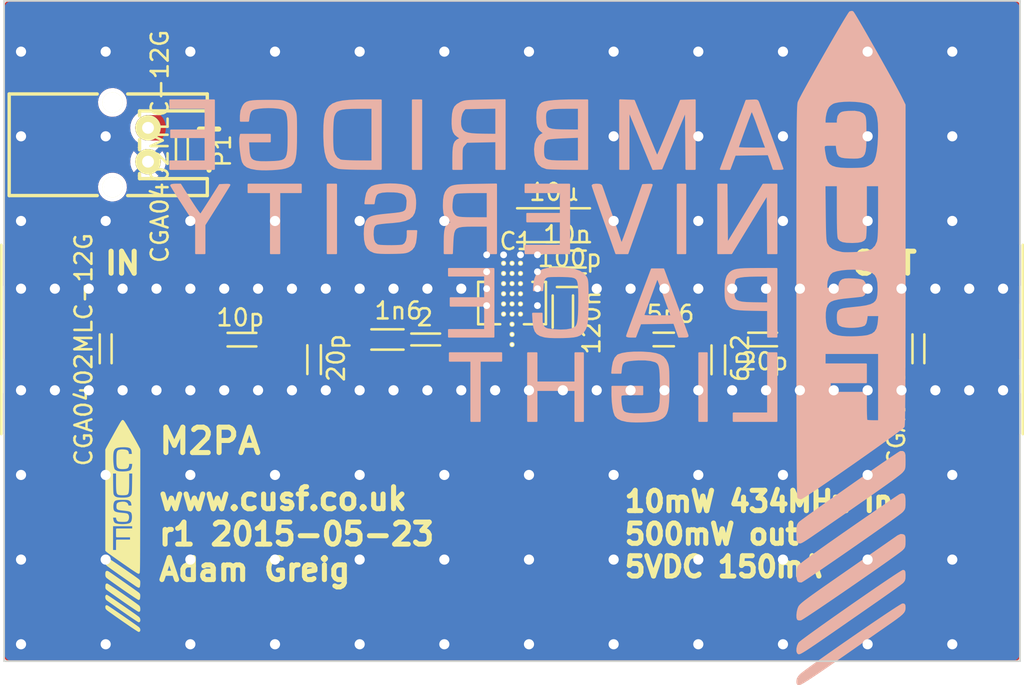
<source format=kicad_pcb>
(kicad_pcb (version 20221018) (generator pcbnew)
  (title_block (title "Martlet 2 RF PA") (date "Sat 23 May 2015") (rev "1") (company "Cambridge University Spaceflight") (comment 1 "Drawn By: Adam Greig"))
  (layers (0 "F.Cu" signal) (31 "B.Cu" signal) (34 "B.Paste" user) (35 "F.Paste" user) (36 "B.SilkS" user "B.Silkscreen") (37 "F.SilkS" user "F.Silkscreen") (38 "B.Mask" user) (39 "F.Mask" user) (44 "Edge.Cuts" user))
  (net 0 "")
  (net 1 "Net-(C1-Pad1)")
  (net 2 "Net-(C1-Pad2)")
  (net 3 "GND")
  (net 4 "+5V")
  (net 5 "Net-(C5-Pad2)")
  (net 6 "Net-(C7-Pad2)")
  (net 7 "Net-(IC1-Pad1)")
  (net 8 "Net-(IC1-Pad3)")
  (net 9 "Net-(L1-Pad1)")
  (footprint "m2pa:C0402" (layer "F.Cu") (at 123.55 87.01 180)
    (fp_text reference "C1" hide)
    (fp_text value "10p" (at 0.6 1.3 180) (layer "F.SilkS"))
    (pad "1" smd rect locked (at 0 0 180) (size 0.6 0.6) (layers "F.Cu" "F.Paste" "F.Mask") (net 1 "Net-(C1-Pad1)"))
    (pad "2" smd rect locked (at 1 0 180) (size 0.6 0.6) (layers "F.Cu" "F.Paste" "F.Mask") (net 2 "Net-(C1-Pad2)"))
  )
  (footprint "m2pa:C0402" (layer "F.Cu") (at 127.31 88.69 90)
    (fp_text reference "C2" hide)
    (fp_text value "20p" (at 0.6 1.3 90) (layer "F.SilkS"))
    (pad "1" smd rect locked (at 0 0 90) (size 0.6 0.6) (layers "F.Cu" "F.Paste" "F.Mask") (net 3 "GND"))
    (pad "2" smd rect locked (at 1 0 90) (size 0.6 0.6) (layers "F.Cu" "F.Paste" "F.Mask") (net 1 "Net-(C1-Pad1)"))
  )
  (footprint "m2pa:C0402" (layer "F.Cu") (at 143 83.5 180)
    (fp_text reference "C3" hide)
    (fp_text value "100p" (at 0.6 1.3 180) (layer "F.SilkS"))
    (pad "1" smd rect (at 0 0 180) (size 0.6 0.6) (layers "F.Cu" "F.Paste" "F.Mask") (net 4 "+5V"))
    (pad "2" smd rect (at 1 0 180) (size 0.6 0.6) (layers "F.Cu" "F.Paste" "F.Mask") (net 3 "GND"))
  )
  (footprint "m2pa:C0603" (layer "F.Cu") (at 143 82.25 180)
    (fp_text reference "C4" hide)
    (fp_text value "10n" (at 0.75 1.45 180) (layer "F.SilkS"))
    (pad "1" smd rect (at 0 0 180) (size 0.7 0.8) (layers "F.Cu" "F.Paste" "F.Mask") (net 4 "+5V"))
    (pad "2" smd rect (at 1.4 0 180) (size 0.7 0.8) (layers "F.Cu" "F.Paste" "F.Mask") (net 3 "GND"))
  )
  (footprint "m2pa:C0402" (layer "F.Cu") (at 151.18 88.7 90)
    (fp_text reference "C5" hide)
    (fp_text value "6p2" (at 0.6 1.3 90) (layer "F.SilkS"))
    (pad "1" smd rect locked (at 0 0 90) (size 0.6 0.6) (layers "F.Cu" "F.Paste" "F.Mask") (net 3 "GND"))
    (pad "2" smd rect locked (at 1 0 90) (size 0.6 0.6) (layers "F.Cu" "F.Paste" "F.Mask") (net 5 "Net-(C5-Pad2)"))
  )
  (footprint "m2pa:C1206" (layer "F.Cu") (at 143 80.25 180)
    (fp_text reference "C6" hide)
    (fp_text value "10µ" (at 1.5 1.95 180) (layer "F.SilkS"))
    (pad "1" smd rect (at 0 0 180) (size 1.2 1.7) (layers "F.Cu" "F.Paste" "F.Mask") (net 4 "+5V"))
    (pad "2" smd rect (at 3.1 0 180) (size 1.2 1.7) (layers "F.Cu" "F.Paste" "F.Mask") (net 3 "GND"))
  )
  (footprint "m2pa:C0402" (layer "F.Cu") (at 153.3 87)
    (fp_text reference "C7" hide)
    (fp_text value "20p" (at 0.6 1.3) (layer "F.SilkS"))
    (pad "1" smd rect (at 0 0) (size 0.6 0.6) (layers "F.Cu" "F.Paste" "F.Mask") (net 5 "Net-(C5-Pad2)"))
    (pad "2" smd rect (at 1 0) (size 0.6 0.6) (layers "F.Cu" "F.Paste" "F.Mask") (net 6 "Net-(C7-Pad2)"))
  )
  (footprint "m2pa:R0402" (layer "F.Cu") (at 115 87 -90)
    (fp_text reference "D1" hide)
    (fp_text value "CGA0402MLC-12G" (at 0.6 1.3 270) (layer "F.SilkS"))
    (pad "1" smd rect (at 0 0 270) (size 0.6 0.5) (layers "F.Cu" "F.Paste" "F.Mask") (net 2 "Net-(C1-Pad2)"))
    (pad "2" smd rect (at 1.1 0 270) (size 0.6 0.5) (layers "F.Cu" "F.Paste" "F.Mask") (net 3 "GND"))
  )
  (footprint "m2pa:R0402" (layer "F.Cu") (at 163 87 -90)
    (fp_text reference "D2" hide)
    (fp_text value "CGA0402MLC-12G" (at 0.6 1.3 270) (layer "F.SilkS"))
    (pad "1" smd rect (at 0 0 270) (size 0.6 0.5) (layers "F.Cu" "F.Paste" "F.Mask") (net 6 "Net-(C7-Pad2)"))
    (pad "2" smd rect (at 1.1 0 270) (size 0.6 0.5) (layers "F.Cu" "F.Paste" "F.Mask") (net 3 "GND"))
  )
  (footprint "m2pa:SOT89-3" (layer "F.Cu") (at 139 87)
    (fp_text reference "IC1" (at 0 -5.8) (layer "F.SilkS"))
    (fp_text value "ADL5324" hide)
    (pad "1" smd rect (at -1.5 0 180) (size 0.9 1.3) (layers "F.Cu" "F.Paste" "F.Mask") (net 7 "Net-(IC1-Pad1)"))
    (pad "2" thru_hole circle (at -0.5 -4.5 180) (size 0.3 0.3) (drill 0.2) (layers "*.Cu" "F.SilkS" "F.Mask") (net 3 "GND"))
    (pad "2" thru_hole circle (at -0.5 -3.9 180) (size 0.3 0.3) (drill 0.2) (layers "*.Cu" "F.SilkS" "F.Mask") (net 3 "GND"))
    (pad "2" thru_hole circle (at -0.5 -3.3 180) (size 0.3 0.3) (drill 0.2) (layers "*.Cu" "F.SilkS" "F.Mask") (net 3 "GND"))
    (pad "2" thru_hole circle (at -0.5 -2.7 180) (size 0.3 0.3) (drill 0.2) (layers "*.Cu" "F.SilkS" "F.Mask") (net 3 "GND"))
    (pad "2" thru_hole circle (at -0.5 -2.1 180) (size 0.3 0.3) (drill 0.2) (layers "*.Cu" "F.SilkS" "F.Mask") (net 3 "GND"))
    (pad "2" thru_hole circle (at -0.5 -1.5 180) (size 0.3 0.3) (drill 0.2) (layers "*.Cu" "F.SilkS" "F.Mask") (net 3 "GND"))
    (pad "2" thru_hole circle (at 0 -4.5 180) (size 0.3 0.3) (drill 0.2) (layers "*.Cu" "F.SilkS" "F.Mask") (net 3 "GND"))
    (pad "2" thru_hole circle (at 0 -3.9 180) (size 0.3 0.3) (drill 0.2) (layers "*.Cu" "F.SilkS" "F.Mask") (net 3 "GND"))
    (pad "2" thru_hole circle (at 0 -3.3 180) (size 0.3 0.3) (drill 0.2) (layers "*.Cu" "F.SilkS" "F.Mask") (net 3 "GND"))
    (pad "2" smd rect (at 0 -3 180) (size 1.8 3.5) (layers "F.Cu" "F.Paste" "F.Mask") (net 3 "GND"))
    (pad "2" smd rect (at 0 -3 180) (size 1.8 3.5) (layers "B.Cu") (net 3 "GND"))
    (pad "2" thru_hole circle (at 0 -2.7 180) (size 0.3 0.3) (drill 0.2) (layers "*.Cu" "F.SilkS" "F.Mask") (net 3 "GND"))
    (pad "2" thru_hole circle (at 0 -2.1 180) (size 0.3 0.3) (drill 0.2) (layers "*.Cu" "F.SilkS" "F.Mask") (net 3 "GND"))
    (pad "2" thru_hole circle (at 0 -1.5 180) (size 0.3 0.3) (drill 0.2) (layers "*.Cu" "F.SilkS" "F.Mask") (net 3 "GND"))
    (pad "2" thru_hole circle (at 0 -0.9 180) (size 0.3 0.3) (drill 0.2) (layers "*.Cu" "F.SilkS" "F.Mask") (net 3 "GND"))
    (pad "2" thru_hole circle (at 0 -0.3 180) (size 0.3 0.3) (drill 0.2) (layers "*.Cu" "F.SilkS" "F.Mask") (net 3 "GND"))
    (pad "2" smd rect (at 0 -0.3 180) (size 0.9 1.9) (layers "F.Cu" "F.Paste" "F.Mask") (net 3 "GND"))
    (pad "2" smd rect (at 0 -0.3 180) (size 0.9 1.9) (layers "B.Cu") (net 3 "GND"))
    (pad "2" thru_hole circle (at 0 0.3 180) (size 0.3 0.3) (drill 0.2) (layers "*.Cu" "F.SilkS" "F.Mask") (net 3 "GND"))
    (pad "2" thru_hole circle (at 0.5 -4.5 180) (size 0.3 0.3) (drill 0.2) (layers "*.Cu" "F.SilkS" "F.Mask") (net 3 "GND"))
    (pad "2" thru_hole circle (at 0.5 -3.9 180) (size 0.3 0.3) (drill 0.2) (layers "*.Cu" "F.SilkS" "F.Mask") (net 3 "GND"))
    (pad "2" thru_hole circle (at 0.5 -3.3 180) (size 0.3 0.3) (drill 0.2) (layers "*.Cu" "F.SilkS" "F.Mask") (net 3 "GND"))
    (pad "2" thru_hole circle (at 0.5 -2.7 180) (size 0.3 0.3) (drill 0.2) (layers "*.Cu" "F.SilkS" "F.Mask") (net 3 "GND"))
    (pad "2" thru_hole circle (at 0.5 -2.1 180) (size 0.3 0.3) (drill 0.2) (layers "*.Cu" "F.SilkS" "F.Mask") (net 3 "GND"))
    (pad "2" thru_hole circle (at 0.5 -1.5 180) (size 0.3 0.3) (drill 0.2) (layers "*.Cu" "F.SilkS" "F.Mask") (net 3 "GND"))
    (pad "3" smd rect (at 1.5 0 180) (size 0.9 1.3) (layers "F.Cu" "F.Paste" "F.Mask") (net 8 "Net-(IC1-Pad3)"))
  )
  (footprint "m2pa:L0603" (layer "F.Cu") (at 132.29 87 180)
    (fp_text reference "L1" hide)
    (fp_text value "1n6" (at 0 1.7 180) (layer "F.SilkS"))
    (pad "1" smd rect locked (at 0 0 180) (size 0.64 1.02) (layers "F.Cu" "F.Paste" "F.Mask") (net 9 "Net-(L1-Pad1)"))
    (pad "2" smd rect locked (at 1.28 0 180) (size 0.64 1.02) (layers "F.Cu" "F.Paste" "F.Mask") (net 1 "Net-(C1-Pad1)"))
  )
  (footprint "m2pa:L0603" (layer "F.Cu") (at 142 86 90)
    (fp_text reference "L2" hide)
    (fp_text value "120n" (at 0 1.7 90) (layer "F.SilkS"))
    (pad "1" smd rect (at 0 0 90) (size 0.64 1.02) (layers "F.Cu" "F.Paste" "F.Mask") (net 8 "Net-(IC1-Pad3)"))
    (pad "2" smd rect (at 1.28 0 90) (size 0.64 1.02) (layers "F.Cu" "F.Paste" "F.Mask") (net 4 "+5V"))
  )
  (footprint "m2pa:L0402" (layer "F.Cu") (at 148.36 87 180)
    (fp_text reference "L3" hide)
    (fp_text value "5n6" (at 0 1.5 180) (layer "F.SilkS"))
    (pad "1" smd rect locked (at 0 0 180) (size 0.36 0.66) (layers "F.Cu" "F.Paste" "F.Mask") (net 5 "Net-(C5-Pad2)"))
    (pad "2" smd rect locked (at 0.82 0 180) (size 0.36 0.66) (layers "F.Cu" "F.Paste" "F.Mask") (net 8 "Net-(IC1-Pad3)"))
  )
  (footprint "m2pa:S02B-PASK-2" (layer "F.Cu") (at 117.5 76.5 90)
    (fp_text reference "P1" (at 0.64 4.38 90) (layer "F.SilkS"))
    (fp_text value "CONN_01X02" hide)
    (pad "" np_thru_hole circle (at -1.5 -2.1 90) (size 1.2 1.2) (drill 1.2) (layers "*.Cu" "*.Mask" "F.SilkS"))
    (pad "" np_thru_hole circle (at 3.5 -2.1 90) (size 1.2 1.2) (drill 1.2) (layers "*.Cu" "*.Mask" "F.SilkS"))
    (pad "1" thru_hole circle (at 0 0 90) (size 1.5 1.5) (drill 0.7) (layers "*.Cu" "*.Mask" "F.SilkS") (net 3 "GND"))
    (pad "2" thru_hole circle (at 2 0 90) (size 1.5 1.5) (drill 0.7) (layers "*.Cu" "*.Mask" "F.SilkS") (net 4 "+5V"))
  )
  (footprint "m2pa:SMA-142-0701-801" (layer "F.Cu") (at 111.5 87 90)
    (fp_text reference "P2" hide)
    (fp_text value "SMA" hide)
    (pad "1" smd rect (at 0 0 90) (size 2.286 5.08) (layers "F.Cu" "F.Mask") (net 2 "Net-(C1-Pad2)"))
    (pad "2" smd rect (at -4.3815 0 90) (size 2.413 5.08) (layers "F.Cu" "F.Mask") (net 3 "GND"))
    (pad "3" smd rect (at 4.3815 0 90) (size 2.413 5.08) (layers "F.Cu" "F.Mask") (net 3 "GND"))
    (pad "4" smd rect (at -4.3815 0 90) (size 2.413 5.08) (layers "B.Cu" "B.Mask") (net 3 "GND"))
    (pad "5" smd rect (at 4.3815 0 90) (size 2.413 5.08) (layers "B.Cu" "B.Mask") (net 3 "GND"))
  )
  (footprint "m2pa:SMA-142-0701-801" (layer "F.Cu") (at 166.5 87 -90)
    (fp_text reference "P3" hide)
    (fp_text value "SMA" hide)
    (pad "1" smd rect (at 0 0 270) (size 2.286 5.08) (layers "F.Cu" "F.Mask") (net 6 "Net-(C7-Pad2)"))
    (pad "2" smd rect (at -4.3815 0 270) (size 2.413 5.08) (layers "F.Cu" "F.Mask") (net 3 "GND"))
    (pad "3" smd rect (at 4.3815 0 270) (size 2.413 5.08) (layers "F.Cu" "F.Mask") (net 3 "GND"))
    (pad "4" smd rect (at -4.3815 0 270) (size 2.413 5.08) (layers "B.Cu" "B.Mask") (net 3 "GND"))
    (pad "5" smd rect (at 4.3815 0 270) (size 2.413 5.08) (layers "B.Cu" "B.Mask") (net 3 "GND"))
  )
  (footprint "m2pa:R0402" (layer "F.Cu") (at 134.45 87 180)
    (fp_text reference "R1" hide)
    (fp_text value "2" (at 0.6 1.3 180) (layer "F.SilkS"))
    (pad "1" smd rect locked (at 0 0 180) (size 0.6 0.5) (layers "F.Cu" "F.Paste" "F.Mask") (net 7 "Net-(IC1-Pad1)"))
    (pad "2" smd rect locked (at 1.1 0 180) (size 0.6 0.5) (layers "F.Cu" "F.Paste" "F.Mask") (net 9 "Net-(L1-Pad1)"))
  )
  (footprint "m2pa:R0402" (layer "F.Cu") (at 119.5 75 -90)
    (fp_text reference "D3" hide)
    (fp_text value "CGA0402MLC-12G" (at 0.6 1.3 270) (layer "F.SilkS"))
    (pad "1" smd rect (at 0 0 270) (size 0.6 0.5) (layers "F.Cu" "F.Paste" "F.Mask") (net 4 "+5V"))
    (pad "2" smd rect (at 1.1 0 270) (size 0.6 0.5) (layers "F.Cu" "F.Paste" "F.Mask") (net 3 "GND"))
  )
  (footprint "m2pa:cusf_logo_small" (layer "F.Cu") (at 116 98)
    (fp_text reference "G***" hide)
    (fp_text value "LOGO" hide)
  )
  (footprint "m2pa:cusf_logo_full" (layer "F.Cu") (at 140.5 87.5)
    (fp_text reference "G***" hide)
    (fp_text value "LOGO" hide)
  )
  (gr_line (start 109 67) (end 109 106) (stroke (width 0.1)) (layer "Edge.Cuts"))
  (gr_line (start 109 67) (end 169 67) (stroke (width 0.1)) (layer "Edge.Cuts"))
  (gr_line (start 169 106) (end 109 106) (stroke (width 0.1)) (layer "Edge.Cuts"))
  (gr_line (start 169 67) (end 169 106) (stroke (width 0.1)) (layer "Edge.Cuts"))
  (gr_text "M2PA" (at 118 93) (layer "F.SilkS") (effects (font (size 1.5 1.5) (thickness 0.3)) (justify left)))
  (gr_text "IN" (at 116 82.5) (layer "F.SilkS") (effects (font (size 1.3 1.3) (thickness 0.3))))
  (gr_text "10mW 434MHz in\n500mW out\n5VDC 150mA" (at 145.5 98.5) (layer "F.SilkS") (effects (font (size 1.2 1.2) (thickness 0.3)) (justify left)))
  (gr_text "www.cusf.co.uk\nr1 2015-05-23\nAdam Greig" (at 118 98.5) (layer "F.SilkS") (effects (font (size 1.3 1.3) (thickness 0.3)) (justify left)))
  (gr_text "OUT" (at 161 82.5) (layer "F.SilkS") (effects (font (size 1.3 1.3) (thickness 0.3))))
  (gr_text "-+" (at 121 75.5 90) (layer "F.SilkS") (effects (font (size 1.5 1.5) (thickness 0.3))))
  (segment (start 124.29 87.01) (end 124.3 87) (width 2) (layer "F.Cu") (net 1))
  (segment (start 124.3 87) (end 127.3 87) (width 2) (layer "F.Cu") (net 1))
  (segment (start 129.5 87) (end 129.7 87) (width 2) (layer "F.Cu") (net 1))
  (segment (start 129.7 87) (end 129.9 87) (width 2) (layer "F.Cu") (net 1))
  (segment (start 129.9 87) (end 130 87) (width 2) (layer "F.Cu") (net 1))
  (segment (start 130 87) (end 130.1 87) (width 2) (layer "F.Cu") (net 1))
  (segment (start 130.1 87) (end 131.01 87) (width 0.5) (layer "F.Cu") (net 1))
  (segment (start 127.3 87.5) (end 127.3 87) (width 0.5) (layer "F.Cu") (net 1))
  (segment (start 127.3 87) (end 129.5 87) (width 2) (layer "F.Cu") (net 1))
  (segment (start 123.55 87.01) (end 124.29 87.01) (width 0.3) (layer "F.Cu") (net 1))
  (segment (start 121.5 87) (end 121.51 87.01) (width 0.3) (layer "F.Cu") (net 2))
  (segment (start 121.51 87.01) (end 122.55 87.01) (width 0.3) (layer "F.Cu") (net 2))
  (segment (start 116.5 87) (end 121.5 87) (width 2) (layer "F.Cu") (net 2))
  (segment (start 111.5 87) (end 115 87) (width 1) (layer "F.Cu") (net 2))
  (segment (start 115 87) (end 116.5 87) (width 1) (layer "F.Cu") (net 2))
  (segment (start 137.5 83) (end 138.5 84) (width 0.3) (layer "F.Cu") (net 3))
  (segment (start 139.5 84) (end 140.5 83) (width 0.3) (layer "F.Cu") (net 3))
  (segment (start 139 83.5) (end 137.5 82) (width 0.3) (layer "F.Cu") (net 3))
  (segment (start 139 83.5) (end 140.5 82) (width 0.3) (layer "F.Cu") (net 3))
  (segment (start 138.5 82) (end 139 82.5) (width 0.3) (layer "F.Cu") (net 3))
  (segment (start 139 82.5) (end 139.5 82) (width 0.3) (layer "F.Cu") (net 3))
  (segment (start 138.5 84) (end 137.5 85) (width 0.3) (layer "F.Cu") (net 3))
  (segment (start 139.5 84) (end 140.5 85) (width 0.3) (layer "F.Cu") (net 3))
  (segment (start 111.3815 82.6185) (end 110 84) (width 0.5) (layer "F.Cu") (net 3))
  (segment (start 112 84) (end 114 84) (width 0.5) (layer "F.Cu") (net 3))
  (segment (start 116 84) (end 118 84) (width 0.5) (layer "F.Cu") (net 3))
  (segment (start 120 84) (end 122 84) (width 0.5) (layer "F.Cu") (net 3))
  (segment (start 124 84) (end 126 84) (width 0.5) (layer "F.Cu") (net 3))
  (segment (start 128 84) (end 130 84) (width 0.5) (layer "F.Cu") (net 3))
  (segment (start 132 84) (end 134 84) (width 0.5) (layer "F.Cu") (net 3))
  (segment (start 166.6185 82.6185) (end 168 84) (width 0.5) (layer "F.Cu") (net 3))
  (segment (start 166 84) (end 164 84) (width 0.5) (layer "F.Cu") (net 3))
  (segment (start 162 84) (end 160 84) (width 0.5) (layer "F.Cu") (net 3))
  (segment (start 158 84) (end 156 84) (width 0.5) (layer "F.Cu") (net 3))
  (segment (start 154 84) (end 152 84) (width 0.5) (layer "F.Cu") (net 3))
  (segment (start 150 84) (end 148 84) (width 0.5) (layer "F.Cu") (net 3))
  (segment (start 146 84) (end 144 84) (width 0.5) (layer "F.Cu") (net 3))
  (segment (start 111.3815 91.3815) (end 110 90) (width 0.5) (layer "F.Cu") (net 3))
  (segment (start 112 90) (end 114 90) (width 0.5) (layer "F.Cu") (net 3))
  (segment (start 116 90) (end 118 90) (width 0.5) (layer "F.Cu") (net 3))
  (segment (start 120 90) (end 122 90) (width 0.5) (layer "F.Cu") (net 3))
  (segment (start 124 90) (end 126 90) (width 0.5) (layer "F.Cu") (net 3))
  (segment (start 128 90) (end 130 90) (width 0.5) (layer "F.Cu") (net 3))
  (segment (start 132 90) (end 134 90) (width 0.5) (layer "F.Cu") (net 3))
  (segment (start 136 90) (end 138 90) (width 0.5) (layer "F.Cu") (net 3))
  (segment (start 140 90) (end 142 90) (width 0.5) (layer "F.Cu") (net 3))
  (segment (start 144 90) (end 146 90) (width 0.5) (layer "F.Cu") (net 3))
  (segment (start 148 90) (end 150 90) (width 0.5) (layer "F.Cu") (net 3))
  (segment (start 152 90) (end 154 90) (width 0.5) (layer "F.Cu") (net 3))
  (segment (start 156 90) (end 158 90) (width 0.5) (layer "F.Cu") (net 3))
  (segment (start 160 90) (end 162 90) (width 0.5) (layer "F.Cu") (net 3))
  (segment (start 164 90) (end 166 90) (width 0.5) (layer "F.Cu") (net 3))
  (segment (start 111.5 93.5) (end 110 95) (width 0.5) (layer "F.Cu") (net 3))
  (segment (start 110 100) (end 110 105) (width 0.5) (layer "F.Cu") (net 3))
  (segment (start 115 105) (end 115 100) (width 0.5) (layer "F.Cu") (net 3))
  (segment (start 115 95) (end 120 95) (width 0.5) (layer "F.Cu") (net 3))
  (segment (start 120 100) (end 120 105) (width 0.5) (layer "F.Cu") (net 3))
  (segment (start 125 105) (end 125 100) (width 0.5) (layer "F.Cu") (net 3))
  (segment (start 125 95) (end 130 95) (width 0.5) (layer "F.Cu") (net 3))
  (segment (start 130 100) (end 130 105) (width 0.5) (layer "F.Cu") (net 3))
  (segment (start 135 105) (end 135 100) (width 0.5) (layer "F.Cu") (net 3))
  (segment (start 135 95) (end 140 95) (width 0.5) (layer "F.Cu") (net 3))
  (segment (start 140 100) (end 140 105) (width 0.5) (layer "F.Cu") (net 3))
  (segment (start 145 105) (end 145 100) (width 0.5) (layer "F.Cu") (net 3))
  (segment (start 145 95) (end 150 95) (width 0.5) (layer "F.Cu") (net 3))
  (segment (start 150 100) (end 150 105) (width 0.5) (layer "F.Cu") (net 3))
  (segment (start 155 105) (end 155 100) (width 0.5) (layer "F.Cu") (net 3))
  (segment (start 155 95) (end 160 95) (width 0.5) (layer "F.Cu") (net 3))
  (segment (start 160 100) (end 160 105) (width 0.5) (layer "F.Cu") (net 3))
  (segment (start 165 105) (end 165 100) (width 0.5) (layer "F.Cu") (net 3))
  (segment (start 165 95) (end 166.5 93.5) (width 0.5) (layer "F.Cu") (net 3))
  (segment (start 166.5 93.5) (end 166.5 91.3815) (width 0.5) (layer "F.Cu") (net 3))
  (segment (start 166.5 81.5) (end 165 80) (width 0.5) (layer "F.Cu") (net 3))
  (segment (start 165 75) (end 165 70) (width 0.5) (layer "F.Cu") (net 3))
  (segment (start 160 70) (end 160 75) (width 0.5) (layer "F.Cu") (net 3))
  (segment (start 160 80) (end 155 80) (width 0.5) (layer "F.Cu") (net 3))
  (segment (start 155 75) (end 155 70) (width 0.5) (layer "F.Cu") (net 3))
  (segment (start 150 70) (end 150 75) (width 0.5) (layer "F.Cu") (net 3))
  (segment (start 150 80) (end 145 80) (width 0.5) (layer "F.Cu") (net 3))
  (segment (start 145 75) (end 145 70) (width 0.5) (layer "F.Cu") (net 3))
  (segment (start 140 70) (end 135 70) (width 0.5) (layer "F.Cu") (net 3))
  (segment (start 130 70) (end 125 70) (width 0.5) (layer "F.Cu") (net 3))
  (segment (start 120 70) (end 115 70) (width 0.5) (layer "F.Cu") (net 3))
  (segment (start 110 70) (end 110 75) (width 0.5) (layer "F.Cu") (net 3))
  (segment (start 115 75) (end 110 80) (width 0.5) (layer "F.Cu") (net 3))
  (segment (start 115 80) (end 120 80) (width 0.5) (layer "F.Cu") (net 3))
  (segment (start 125 80) (end 130 80) (width 0.5) (layer "F.Cu") (net 3))
  (segment (start 135 80) (end 135.25 80.25) (width 0.5) (layer "F.Cu") (net 3))
  (segment (start 135.25 80.25) (end 139.9 80.25) (width 0.5) (layer "F.Cu") (net 3))
  (segment (start 139 86.7) (end 139 84) (width 0.3) (layer "F.Cu") (net 3))
  (segment (start 166.5 82.6185) (end 166.6185 82.6185) (width 0.5) (layer "F.Cu") (net 3))
  (segment (start 139 84) (end 138.5 84) (width 0.3) (layer "F.Cu") (net 3))
  (segment (start 115 88.1) (end 115 89.5) (width 0.5) (layer "F.Cu") (net 3))
  (segment (start 111.5 91.3815) (end 111.5 93.5) (width 0.5) (layer "F.Cu") (net 3))
  (segment (start 139 86.7) (end 139 89.7) (width 0.8) (layer "F.Cu") (net 3))
  (segment (start 163 88.1) (end 163 89.5) (width 0.5) (layer "F.Cu") (net 3))
  (segment (start 139 84) (end 140.5 84) (width 0.3) (layer "F.Cu") (net 3))
  (segment (start 139 84) (end 137.5 84) (width 0.3) (layer "F.Cu") (net 3))
  (segment (start 139 84) (end 139 82.5) (width 0.3) (layer "F.Cu") (net 3))
  (segment (start 111.5 82.6185) (end 111.3815 82.6185) (width 0.5) (layer "F.Cu") (net 3))
  (segment (start 139 84) (end 139 83.5) (width 0.3) (layer "F.Cu") (net 3))
  (segment (start 166.5 82.6185) (end 166.5 81.5) (width 0.5) (layer "F.Cu") (net 3))
  (segment (start 139 84) (end 139.5 84) (width 0.3) (layer "F.Cu") (net 3))
  (segment (start 111.5 91.3815) (end 111.3815 91.3815) (width 0.5) (layer "F.Cu") (net 3))
  (via (at 138 90) (size 1) (drill 0.6) (layers "F.Cu" "B.Cu") (net 3))
  (via (at 145 100) (size 1) (drill 0.6) (layers "F.Cu" "B.Cu") (net 3))
  (via (at 126 90) (size 1) (drill 0.6) (layers "F.Cu" "B.Cu") (net 3))
  (via (at 124 90) (size 1) (drill 0.6) (layers "F.Cu" "B.Cu") (net 3))
  (via (at 125 95) (size 1) (drill 0.6) (layers "F.Cu" "B.Cu") (net 3))
  (via (at 152 90) (size 1) (drill 0.6) (layers "F.Cu" "B.Cu") (net 3))
  (via (at 160 105) (size 1) (drill 0.6) (layers "F.Cu" "B.Cu") (net 3))
  (via (at 140.5 83) (size 0.8) (drill 0.4) (layers "F.Cu" "B.Cu") (net 3))
  (via (at 144 90) (size 1) (drill 0.6) (layers "F.Cu" "B.Cu") (net 3))
  (via (at 145 75) (size 1) (drill 0.6) (layers "F.Cu" "B.Cu") (net 3))
  (via (at 140 100) (size 1) (drill 0.6) (layers "F.Cu" "B.Cu") (net 3))
  (via (at 145 105) (size 1) (drill 0.6) (layers "F.Cu" "B.Cu") (net 3))
  (via (at 110 105) (size 1) (drill 0.6) (layers "F.Cu" "B.Cu") (net 3))
  (via (at 116 84) (size 1) (drill 0.6) (layers "F.Cu" "B.Cu") (net 3))
  (via (at 168 84) (size 1) (drill 0.6) (layers "F.Cu" "B.Cu") (net 3))
  (via (at 128 84) (size 1) (drill 0.6) (layers "F.Cu" "B.Cu") (net 3))
  (via (at 114 90) (size 1) (drill 0.6) (layers "F.Cu" "B.Cu") (net 3))
  (via (at 125 105) (size 1) (drill 0.6) (layers "F.Cu" "B.Cu") (net 3))
  (via (at 125 70) (size 1) (drill 0.6) (layers "F.Cu" "B.Cu") (net 3))
  (via (at 115 105) (size 1) (drill 0.6) (layers "F.Cu" "B.Cu") (net 3))
  (via (at 140 105) (size 1) (drill 0.6) (layers "F.Cu" "B.Cu") (net 3))
  (via (at 126 84) (size 1) (drill 0.6) (layers "F.Cu" "B.Cu") (net 3))
  (via (at 165 105) (size 1) (drill 0.6) (layers "F.Cu" "B.Cu") (net 3))
  (via (at 110 90) (size 1) (drill 0.6) (layers "F.Cu" "B.Cu") (net 3))
  (via (at 135 95) (size 1) (drill 0.6) (layers "F.Cu" "B.Cu") (net 3))
  (via (at 116 90) (size 1) (drill 0.6) (layers "F.Cu" "B.Cu") (net 3))
  (via (at 155 80) (size 1) (drill 0.6) (layers "F.Cu" "B.Cu") (net 3))
  (via (at 134 90) (size 1) (drill 0.6) (layers "F.Cu" "B.Cu") (net 3))
  (via (at 156 84) (size 1) (drill 0.6) (layers "F.Cu" "B.Cu") (net 3))
  (via (at 137.5 83) (size 0.8) (drill 0.4) (layers "F.Cu" "B.Cu") (net 3))
  (via (at 124 84) (size 1) (drill 0.6) (layers "F.Cu" "B.Cu") (net 3))
  (via (at 140.5 84) (size 0.8) (drill 0.4) (layers "F.Cu" "B.Cu") (net 3))
  (via (at 122 90) (size 1) (drill 0.6) (layers "F.Cu" "B.Cu") (net 3))
  (via (at 150 90) (size 1) (drill 0.6) (layers "F.Cu" "B.Cu") (net 3))
  (via (at 148 84) (size 1) (drill 0.6) (layers "F.Cu" "B.Cu") (net 3))
  (via (at 158 84) (size 1) (drill 0.6) (layers "F.Cu" "B.Cu") (net 3))
  (via (at 132 84) (size 1) (drill 0.6) (layers "F.Cu" "B.Cu") (net 3))
  (via (at 140.5 82) (size 0.8) (drill 0.4) (layers "F.Cu" "B.Cu") (net 3))
  (via (at 120 70) (size 1) (drill 0.6) (layers "F.Cu" "B.Cu") (net 3))
  (via (at 135 70) (size 1) (drill 0.6) (layers "F.Cu" "B.Cu") (net 3))
  (via (at 130 100) (size 1) (drill 0.6) (layers "F.Cu" "B.Cu") (net 3))
  (via (at 166 90) (size 1) (drill 0.6) (layers "F.Cu" "B.Cu") (net 3))
  (via (at 120 80) (size 1) (drill 0.6) (layers "F.Cu" "B.Cu") (net 3))
  (via (at 110 100) (size 1) (drill 0.6) (layers "F.Cu" "B.Cu") (net 3))
  (via (at 134 84) (size 1) (drill 0.6) (layers "F.Cu" "B.Cu") (net 3))
  (via (at 152 84) (size 1) (drill 0.6) (layers "F.Cu" "B.Cu") (net 3))
  (via (at 128 90) (size 1) (drill 0.6) (layers "F.Cu" "B.Cu") (net 3))
  (via (at 130 90) (size 1) (drill 0.6) (layers "F.Cu" "B.Cu") (net 3))
  (via (at 146 90) (size 1) (drill 0.6) (layers "F.Cu" "B.Cu") (net 3))
  (via (at 165 70) (size 1) (drill 0.6) (layers "F.Cu" "B.Cu") (net 3))
  (via (at 150 75) (size 1) (drill 0.6) (layers "F.Cu" "B.Cu") (net 3))
  (via (at 115 100) (size 1) (drill 0.6) (layers "F.Cu" "B.Cu") (net 3))
  (via (at 158 90) (size 1) (drill 0.6) (layers "F.Cu" "B.Cu") (net 3))
  (via (at 150 80) (size 1) (drill 0.6) (layers "F.Cu" "B.Cu") (net 3))
  (via (at 136 84) (size 1) (drill 0.6) (layers "F.Cu" "B.Cu") (net 3))
  (via (at 135 100) (size 1) (drill 0.6) (layers "F.Cu" "B.Cu") (net 3))
  (via (at 162 84) (size 1) (drill 0.6) (layers "F.Cu" "B.Cu") (net 3))
  (via (at 114 84) (size 1) (drill 0.6) (layers "F.Cu" "B.Cu") (net 3))
  (via (at 160 90) (size 1) (drill 0.6) (layers "F.Cu" "B.Cu") (net 3))
  (via (at 122 84) (size 1) (drill 0.6) (layers "F.Cu" "B.Cu") (net 3))
  (via (at 150 95) (size 1) (drill 0.6) (layers "F.Cu" "B.Cu") (net 3))
  (via (at 135 80) (size 1) (drill 0.6) (layers "F.Cu" "B.Cu") (net 3))
  (via (at 130 80) (size 1) (drill 0.6) (layers "F.Cu" "B.Cu") (net 3))
  (via (at 110 70) (size 1) (drill 0.6) (layers "F.Cu" "B.Cu") (net 3))
  (via (at 130 95) (size 1) (drill 0.6) (layers "F.Cu" "B.Cu") (net 3))
  (via (at 164 90) (size 1) (drill 0.6) (layers "F.Cu" "B.Cu") (net 3))
  (via (at 160 80) (size 1) (drill 0.6) (layers "F.Cu" "B.Cu") (net 3))
  (via (at 136 90) (size 1) (drill 0.6) (layers "F.Cu" "B.Cu") (net 3))
  (via (at 165 75) (size 1) (drill 0.6) (layers "F.Cu" "B.Cu") (net 3))
  (via (at 137.5 82) (size 0.8) (drill 0.4) (layers "F.Cu" "B.Cu") (net 3))
  (via (at 139.5 82) (size 0.8) (drill 0.4) (layers "F.Cu" "B.Cu") (net 3))
  (via (at 110 84) (size 1) (drill 0.6) (layers "F.Cu" "B.Cu") (net 3))
  (via (at 140.5 85) (size 0.8) (drill 0.4) (layers "F.Cu" "B.Cu") (net 3))
  (via (at 132 90) (size 1) (drill 0.6) (layers "F.Cu" "B.Cu") (net 3))
  (via (at 154 90) (size 1) (drill 0.6) (layers "F.Cu" "B.Cu") (net 3))
  (via (at 160 75) (size 1) (drill 0.6) (layers "F.Cu" "B.Cu") (net 3))
  (via (at 160 100) (size 1) (drill 0.6) (layers "F.Cu" "B.Cu") (net 3))
  (via (at 140 90) (size 1) (drill 0.6) (layers "F.Cu" "B.Cu") (net 3))
  (via (at 155 70) (size 1) (drill 0.6) (layers "F.Cu" "B.Cu") (net 3))
  (via (at 160 70) (size 1) (drill 0.6) (layers "F.Cu" "B.Cu") (net 3))
  (via (at 130 70) (size 1) (drill 0.6) (layers "F.Cu" "B.Cu") (net 3))
  (via (at 165 80) (size 1) (drill 0.6) (layers "F.Cu" "B.Cu") (net 3))
  (via (at 148 90) (size 1) (drill 0.6) (layers "F.Cu" "B.Cu") (net 3))
  (via (at 130 105) (size 1) (drill 0.6) (layers "F.Cu" "B.Cu") (net 3))
  (via (at 145 95) (size 1) (drill 0.6) (layers "F.Cu" "B.Cu") (net 3))
  (via (at 144 84) (size 1) (drill 0.6) (layers "F.Cu" "B.Cu") (net 3))
  (via (at 110 80) (size 1) (drill 0.6) (layers "F.Cu" "B.Cu") (net 3))
  (via (at 135 105) (size 1) (drill 0.6) (layers "F.Cu" "B.Cu") (net 3))
  (via (at 115 70) (size 1) (drill 0.6) (layers "F.Cu" "B.Cu") (net 3))
  (via (at 165 95) (size 1) (drill 0.6) (layers "F.Cu" "B.Cu") (net 3))
  (via (at 145 80) (size 1) (drill 0.6) (layers "F.Cu" "B.Cu") (net 3))
  (via (at 137.5 85) (size 0.8) (drill 0.4) (layers "F.Cu" "B.Cu") (net 3))
  (via (at 112 90) (size 1) (drill 0.6) (layers "F.Cu" "B.Cu") (net 3))
  (via (at 125 80) (size 1) (drill 0.6) (layers "F.Cu" "B.Cu") (net 3))
  (via (at 120 90) (size 1) (drill 0.6) (layers "F.Cu" "B.Cu") (net 3))
  (via (at 160 95) (size 1) (drill 0.6) (layers "F.Cu" "B.Cu") (net 3))
  (via (at 165 100) (size 1) (drill 0.6) (layers "F.Cu" "B.Cu") (net 3))
  (via (at 168 90) (size 1) (drill 0.6) (layers "F.Cu" "B.Cu") (net 3))
  (via (at 154 84) (size 1) (drill 0.6) (layers "F.Cu" "B.Cu") (net 3))
  (via (at 160 84) (size 1) (drill 0.6) (layers "F.Cu" "B.Cu") (net 3))
  (via (at 162 90) (size 1) (drill 0.6) (layers "F.Cu" "B.Cu") (net 3))
  (via (at 145 70) (size 1) (drill 0.6) (layers "F.Cu" "B.Cu") (net 3))
  (via (at 118 84) (size 1) (drill 0.6) (layers "F.Cu" "B.Cu") (net 3))
  (via (at 155 95) (size 1) (drill 0.6) (layers "F.Cu" "B.Cu") (net 3))
  (via (at 118 90) (size 1) (drill 0.6) (layers "F.Cu" "B.Cu") (net 3))
  (via (at 150 70) (size 1) (drill 0.6) (layers "F.Cu" "B.Cu") (net 3))
  (via (at 150 105) (size 1) (drill 0.6) (layers "F.Cu" "B.Cu") (net 3))
  (via (at 140 70) (size 1) (drill 0.6) (layers "F.Cu" "B.Cu") (net 3))
  (via (at 112 84) (size 1) (drill 0.6) (layers "F.Cu" "B.Cu") (net 3))
  (via (at 155 100) (size 1) (drill 0.6) (layers "F.Cu" "B.Cu") (net 3))
  (via (at 115 75) (size 1) (drill 0.6) (layers "F.Cu" "B.Cu") (net 3))
  (via (at 166 84) (size 1) (drill 0.6) (layers "F.Cu" "B.Cu") (net 3))
  (via (at 130 84) (size 1) (drill 0.6) (layers "F.Cu" "B.Cu") (net 3))
  (via (at 137.5 84) (size 0.8) (drill 0.4) (layers "F.Cu" "B.Cu") (net 3))
  (via (at 146 84) (size 1) (drill 0.6) (layers "F.Cu" "B.Cu") (net 3))
  (via (at 156 90) (size 1) (drill 0.6) (layers "F.Cu" "B.Cu") (net 3))
  (via (at 155 105) (size 1) (drill 0.6) (layers "F.Cu" "B.Cu") (net 3))
  (via (at 115 80) (size 1) (drill 0.6) (layers "F.Cu" "B.Cu") (net 3))
  (via (at 150 100) (size 1) (drill 0.6) (layers "F.Cu" "B.Cu") (net 3))
  (via (at 155 75) (size 1) (drill 0.6) (layers "F.Cu" "B.Cu") (net 3))
  (via (at 120 100) (size 1) (drill 0.6) (layers "F.Cu" "B.Cu") (net 3))
  (via (at 164 84) (size 1) (drill 0.6) (layers "F.Cu" "B.Cu") (net 3))
  (via (at 138.5 82) (size 0.8) (drill 0.4) (layers "F.Cu" "B.Cu") (net 3))
  (via (at 150 84) (size 1) (drill 0.6) (layers "F.Cu" "B.Cu") (net 3))
  (via (at 120 105) (size 1) (drill 0.6) (layers "F.Cu" "B.Cu") (net 3))
  (via (at 120 84) (size 1) (drill 0.6) (layers "F.Cu" "B.Cu") (net 3))
  (via (at 115 95) (size 1) (drill 0.6) (layers "F.Cu" "B.Cu") (net 3))
  (via (at 120 95) (size 1) (drill 0.6) (layers "F.Cu" "B.Cu") (net 3))
  (via (at 110 75) (size 1) (drill 0.6) (layers "F.Cu" "B.Cu") (net 3))
  (via (at 140 95) (size 1) (drill 0.6) (layers "F.Cu" "B.Cu") (net 3))
  (via (at 125 100) (size 1) (drill 0.6) (layers "F.Cu" "B.Cu") (net 3))
  (via (at 142 90) (size 1) (drill 0.6) (layers "F.Cu" "B.Cu") (net 3))
  (via (at 110 95) (size 1) (drill 0.6) (layers "F.Cu" "B.Cu") (net 3))
  (segment (start 110 84) (end 112 84) (width 0.5) (layer "B.Cu") (net 3))
  (segment (start 114 84) (end 116 84) (width 0.5) (layer "B.Cu") (net 3))
  (segment (start 118 84) (end 120 84) (width 0.5) (layer "B.Cu") (net 3))
  (segment (start 122 84) (end 124 84) (width 0.5) (layer "B.Cu") (net 3))
  (segment (start 126 84) (end 128 84) (width 0.5) (layer "B.Cu") (net 3))
  (segment (start 130 84) (end 132 84) (width 0.5) (layer "B.Cu") (net 3))
  (segment (start 134 84) (end 136 84) (width 0.5) (layer "B.Cu") (net 3))
  (segment (start 168 84) (end 166 84) (width 0.5) (layer "B.Cu") (net 3))
  (segment (start 164 84) (end 162 84) (width 0.5) (layer "B.Cu") (net 3))
  (segment (start 160 84) (end 158 84) (width 0.5) (layer "B.Cu") (net 3))
  (segment (start 156 84) (end 154 84) (width 0.5) (layer "B.Cu") (net 3))
  (segment (start 152 84) (end 150 84) (width 0.5) (layer "B.Cu") (net 3))
  (segment (start 148 84) (end 146 84) (width 0.5) (layer "B.Cu") (net 3))
  (segment (start 110 90) (end 112 90) (width 0.5) (layer "B.Cu") (net 3))
  (segment (start 114 90) (end 116 90) (width 0.5) (layer "B.Cu") (net 3))
  (segment (start 118 90) (end 120 90) (width 0.5) (layer "B.Cu") (net 3))
  (segment (start 122 90) (end 124 90) (width 0.5) (layer "B.Cu") (net 3))
  (segment (start 126 90) (end 128 90) (width 0.5) (layer "B.Cu") (net 3))
  (segment (start 130 90) (end 132 90) (width 0.5) (layer "B.Cu") (net 3))
  (segment (start 134 90) (end 136 90) (width 0.5) (layer "B.Cu") (net 3))
  (segment (start 138 90) (end 140 90) (width 0.5) (layer "B.Cu") (net 3))
  (segment (start 142 90) (end 144 90) (width 0.5) (layer "B.Cu") (net 3))
  (segment (start 146 90) (end 148 90) (width 0.5) (layer "B.Cu") (net 3))
  (segment (start 150 90) (end 152 90) (width 0.5) (layer "B.Cu") (net 3))
  (segment (start 154 90) (end 156 90) (width 0.5) (layer "B.Cu") (net 3))
  (segment (start 158 90) (end 160 90) (width 0.5) (layer "B.Cu") (net 3))
  (segment (start 162 90) (end 164 90) (width 0.5) (layer "B.Cu") (net 3))
  (segment (start 166 90) (end 168 90) (width 0.5) (layer "B.Cu") (net 3))
  (segment (start 110 95) (end 110 100) (width 0.5) (layer "B.Cu") (net 3))
  (segment (start 110 105) (end 115 105) (width 0.5) (layer "B.Cu") (net 3))
  (segment (start 115 100) (end 115 95) (width 0.5) (layer "B.Cu") (net 3))
  (segment (start 120 95) (end 120 100) (width 0.5) (layer "B.Cu") (net 3))
  (segment (start 120 105) (end 125 105) (width 0.5) (layer "B.Cu") (net 3))
  (segment (start 125 100) (end 125 95) (width 0.5) (layer "B.Cu") (net 3))
  (segment (start 130 95) (end 130 100) (width 0.5) (layer "B.Cu") (net 3))
  (segment (start 130 105) (end 135 105) (width 0.5) (layer "B.Cu") (net 3))
  (segment (start 135 100) (end 135 95) (width 0.5) (layer "B.Cu") (net 3))
  (segment (start 140 95) (end 140 100) (width 0.5) (layer "B.Cu") (net 3))
  (segment (start 140 105) (end 145 105) (width 0.5) (layer "B.Cu") (net 3))
  (segment (start 145 100) (end 145 95) (width 0.5) (layer "B.Cu") (net 3))
  (segment (start 150 95) (end 150 100) (width 0.5) (layer "B.Cu") (net 3))
  (segment (start 150 105) (end 155 105) (width 0.5) (layer "B.Cu") (net 3))
  (segment (start 155 100) (end 155 95) (width 0.5) (layer "B.Cu") (net 3))
  (segment (start 160 95) (end 160 100) (width 0.5) (layer "B.Cu") (net 3))
  (segment (start 160 105) (end 165 105) (width 0.5) (layer "B.Cu") (net 3))
  (segment (start 165 100) (end 165 95) (width 0.5) (layer "B.Cu") (net 3))
  (segment (start 165 80) (end 165 75) (width 0.5) (layer "B.Cu") (net 3))
  (segment (start 165 70) (end 160 70) (width 0.5) (layer "B.Cu") (net 3))
  (segment (start 160 75) (end 160 80) (width 0.5) (layer "B.Cu") (net 3))
  (segment (start 155 80) (end 155 75) (width 0.5) (layer "B.Cu") (net 3))
  (segment (start 155 70) (end 150 70) (width 0.5) (layer "B.Cu") (net 3))
  (segment (start 150 75) (end 150 80) (width 0.5) (layer "B.Cu") (net 3))
  (segment (start 145 80) (end 145 75) (width 0.5) (layer "B.Cu") (net 3))
  (segment (start 145 70) (end 140 70) (width 0.5) (layer "B.Cu") (net 3))
  (segment (start 135 70) (end 130 70) (width 0.5) (layer "B.Cu") (net 3))
  (segment (start 125 70) (end 120 70) (width 0.5) (layer "B.Cu") (net 3))
  (segment (start 115 70) (end 110 70) (width 0.5) (layer "B.Cu") (net 3))
  (segment (start 110 75) (end 115 75) (width 0.5) (layer "B.Cu") (net 3))
  (segment (start 110 80) (end 115 80) (width 0.5) (layer "B.Cu") (net 3))
  (segment (start 120 80) (end 125 80) (width 0.5) (layer "B.Cu") (net 3))
  (segment (start 130 80) (end 135 80) (width 0.5) (layer "B.Cu") (net 3))
  (segment (start 143 84.2) (end 142.48 84.72) (width 0.5) (layer "F.Cu") (net 4))
  (segment (start 142.48 84.72) (end 142 84.72) (width 0.5) (layer "F.Cu") (net 4))
  (segment (start 140 74.5) (end 143 77.5) (width 1.5) (layer "F.Cu") (net 4))
  (segment (start 143 77.5) (end 143 80.25) (width 1.5) (layer "F.Cu") (net 4))
  (segment (start 119.5 74.5) (end 140 74.5) (width 1.5) (layer "F.Cu") (net 4))
  (segment (start 117.5 74.5) (end 119.5 74.5) (width 1.5) (layer "F.Cu") (net 4))
  (segment (start 143 80.25) (end 143 82.25) (width 1) (layer "F.Cu") (net 4))
  (segment (start 143 82.25) (end 143 83.5) (width 0.8) (layer "F.Cu") (net 4))
  (segment (start 119.5 75) (end 119.5 74.5) (width 0.5) (layer "F.Cu") (net 4))
  (segment (start 143 83.5) (end 143 84.2) (width 0.5) (layer "F.Cu") (net 4))
  (segment (start 149.25 87) (end 151.29 87) (width 2) (layer "F.Cu") (net 5))
  (segment (start 152.5 87) (end 153.3 87) (width 0.3) (layer "F.Cu") (net 5))
  (segment (start 151.29 87) (end 152.5 87) (width 2) (layer "F.Cu") (net 5))
  (segment (start 151.18 87) (end 151.29 87) (width 0.5) (layer "F.Cu") (net 5))
  (segment (start 148.36 87) (end 149.25 87) (width 0.3) (layer "F.Cu") (net 5))
  (segment (start 151.18 87.7) (end 151.18 87) (width 0.5) (layer "F.Cu") (net 5))
  (segment (start 155.5 87) (end 155 87) (width 2) (layer "F.Cu") (net 6))
  (segment (start 155 87) (end 154.3 87) (width 0.3) (layer "F.Cu") (net 6))
  (segment (start 166.5 87) (end 163 87) (width 1) (layer "F.Cu") (net 6))
  (segment (start 163 87) (end 161.5 87) (width 1) (layer "F.Cu") (net 6))
  (segment (start 161.5 87) (end 155.5 87) (width 2) (layer "F.Cu") (net 6))
  (segment (start 135 87) (end 136.25 87) (width 2) (layer "F.Cu") (net 7))
  (segment (start 136.25 87) (end 136.5 87) (width 2) (layer "F.Cu") (net 7))
  (segment (start 136.5 87) (end 137.5 87) (width 0.5) (layer "F.Cu") (net 7))
  (segment (start 134.45 87) (end 135 87) (width 0.8) (layer "F.Cu") (net 7))
  (segment (start 146.5 87) (end 142.25 87) (width 2) (layer "F.Cu") (net 8))
  (segment (start 141.25 87) (end 140.5 87) (width 0.5) (layer "F.Cu") (net 8))
  (segment (start 142.25 87) (end 141.25 87) (width 2) (layer "F.Cu") (net 8))
  (segment (start 142 87) (end 142.25 87) (width 0.5) (layer "F.Cu") (net 8))
  (segment (start 142 86) (end 142 87) (width 0.5) (layer "F.Cu") (net 8))
  (segment (start 147.54 87) (end 146.5 87) (width 0.3) (layer "F.Cu") (net 8))
  (segment (start 132.29 87) (end 133.35 87) (width 0.5) (layer "F.Cu") (net 9))
  (zone (net 3) (net_name "GND") (layer "F.Cu") (connect_pads (clearance 0.3)) (min_thickness 0.25) (fill yes (thermal_gap 0.3) (thermal_bridge_width 0.3))
    (polygon (pts (xy 169 85) (xy 153.2 85) (xy 152.6 85.6) (xy 149.2 85.6) (xy 148.6 85) (xy 130.8 85) (xy 130.2 85.6) (xy 124.4 85.6) (xy 123.8 85) (xy 109 85) (xy 109 67) (xy 169 67)))
  )
  (zone (net 3) (net_name "GND") (layer "F.Cu") (connect_pads (clearance 0.3)) (min_thickness 0.25) (fill yes (thermal_gap 0.3) (thermal_bridge_width 0.3))
    (polygon (pts (xy 169 106) (xy 109 106) (xy 109 89) (xy 123.8 89) (xy 124.4 88.4) (xy 130.2 88.4) (xy 130.8 89) (xy 148.6 89) (xy 149.2 88.4) (xy 152.6 88.4) (xy 153.2 89) (xy 169 89)))
  )
  (zone (net 3) (net_name "GND") (layer "B.Cu") (connect_pads (clearance 0.3)) (min_thickness 0.25) (fill yes (thermal_gap 0.3) (thermal_bridge_width 0.3) (smoothing fillet) (radius 0.5))
    (polygon (pts (xy 169 106) (xy 109 106) (xy 109 67) (xy 169 67)))
  )
)
</source>
